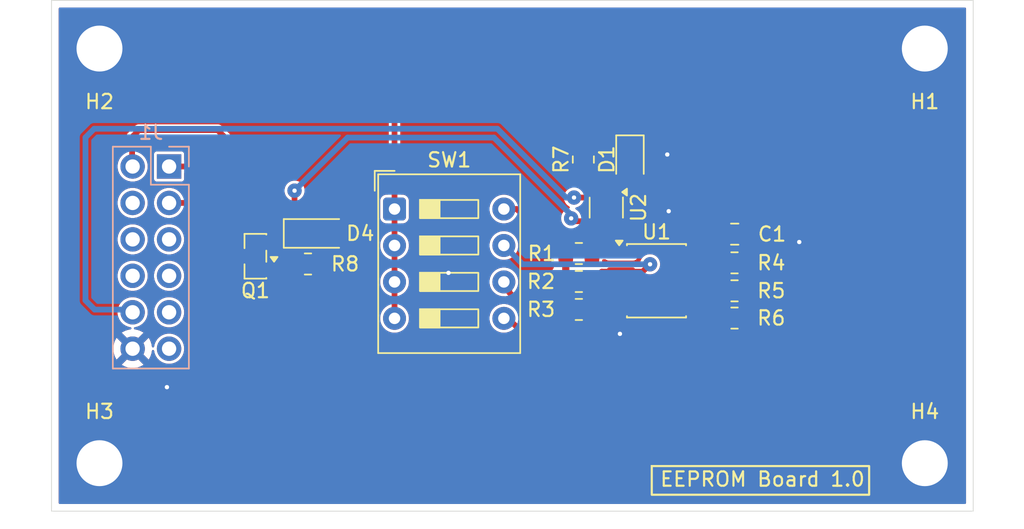
<source format=kicad_pcb>
(kicad_pcb (version 20241229) (generator "pcbnew") (generator_version "9.0")
  (title_block (title "EEPROM_Board") (date "2025-10-26") (rev "1.0") (company "PKl"))
  (layers (0 "F.Cu" signal) (2 "B.Cu" signal) (13 "F.Paste" user) (15 "B.Paste" user) (5 "F.SilkS" user "F.Silkscreen") (7 "B.SilkS" user "B.Silkscreen") (1 "F.Mask" user) (3 "B.Mask" user) (25 "Edge.Cuts" user))
  (net 0 "")
  (net 1 "GND")
  (net 2 "I2C0_SDA")
  (net 3 "I2C0_SCL")
  (net 4 "3V3_EEPROM")
  (net 5 "ON")
  (net 11 "Net-(D1-K)")
  (net 14 "Net-(U1-E0)")
  (net 15 "Net-(U1-E1)")
  (net 16 "Net-(U1-E2)")
  (net 17 "Net-(U1-~{WC})")
  (net 19 "3V3_IN")
  (net 20 "3V3_OUT")
  (net 21 "Net-(D4-A)")
  (footprint "Resistor_SMD:R_0805_2012Metric" (layer "F.Cu") (at 143.16 89.88 90)
    (property "Reference" "R7" (at 0 -1.55 90) (layer "F.SilkS"))
    (property "Value" "1K")
    (fp_line (start -0.227064 -0.735) (end 0.227064 -0.735) (stroke (width 0.12)) (layer "F.SilkS"))
    (fp_line (start -0.227064 0.735) (end 0.227064 0.735) (stroke (width 0.12)) (layer "F.SilkS"))
    (pad "1" smd roundrect (at -0.9125 0 90) (size 1.025 1.4) (layers "F.Cu" "F.Mask" "F.Paste") (roundrect_rratio 0.243902) (net 1 "GND"))
    (pad "2" smd roundrect (at 0.9125 0 90) (size 1.025 1.4) (layers "F.Cu" "F.Mask" "F.Paste") (roundrect_rratio 0.243902) (net 11 "Net-(D1-K)"))
  )
  (footprint "Diode_SMD:D_SOD-123F" (layer "F.Cu") (at 124.49 95.03)
    (property "Reference" "D4" (at 3.12 0 0) (layer "F.SilkS"))
    (property "Value" "BZT52C5V1-DIO")
    (fp_line (start -2.21 -1) (end -2.21 1) (stroke (width 0.12)) (layer "F.SilkS"))
    (fp_line (start -2.21 -1) (end 1.65 -1) (stroke (width 0.12)) (layer "F.SilkS"))
    (fp_line (start -2.21 1) (end 1.65 1) (stroke (width 0.12)) (layer "F.SilkS"))
    (pad "1" smd roundrect (at -1.4 0) (size 1.1 1.1) (layers "F.Cu" "F.Mask" "F.Paste") (roundrect_rratio 0.2272727273) (net 20 "3V3_OUT"))
    (pad "2" smd roundrect (at 1.4 0) (size 1.1 1.1) (layers "F.Cu" "F.Mask" "F.Paste") (roundrect_rratio 0.2272727273) (net 21 "Net-(D4-A)"))
  )
  (footprint "MountingHole:MountingHole_3.2mm_M3_DIN965_Pad" (layer "F.Cu") (at 109.435 111.045)
    (property "Reference" "H3" (at 0 -3.6 0) (layer "F.SilkS"))
    (property "Value" "MountingHole_Pad")
    (pad "1" thru_hole circle (at 0 0) (size 5.6 5.6) (drill 3.2) (layers "*.Cu" "*.Mask") (net 1 "GND"))
  )
  (footprint "Resistor_SMD:R_0805_2012Metric" (layer "F.Cu") (at 153.6975 100.93)
    (property "Reference" "R6" (at 2.5625 0 0) (layer "F.SilkS"))
    (property "Value" "0")
    (fp_line (start -0.227064 -0.735) (end 0.227064 -0.735) (stroke (width 0.12)) (layer "F.SilkS"))
    (fp_line (start -0.227064 0.735) (end 0.227064 0.735) (stroke (width 0.12)) (layer "F.SilkS"))
    (pad "1" smd roundrect (at -0.9125 0) (size 1.025 1.4) (layers "F.Cu" "F.Mask" "F.Paste") (roundrect_rratio 0.243902) (net 2 "I2C0_SDA"))
    (pad "2" smd roundrect (at 0.9125 0) (size 1.025 1.4) (layers "F.Cu" "F.Mask" "F.Paste") (roundrect_rratio 0.243902) (net 4 "3V3_EEPROM"))
  )
  (footprint "Resistor_SMD:R_0805_2012Metric" (layer "F.Cu") (at 153.6975 97.08 180)
    (property "Reference" "R4" (at -2.5625 0 0) (layer "F.SilkS"))
    (property "Value" "47K")
    (fp_line (start -0.227064 0.735) (end 0.227064 0.735) (stroke (width 0.12)) (layer "F.SilkS"))
    (fp_line (start -0.227064 -0.735) (end 0.227064 -0.735) (stroke (width 0.12)) (layer "F.SilkS"))
    (pad "1" smd roundrect (at -0.9125 0 180) (size 1.025 1.4) (layers "F.Cu" "F.Mask" "F.Paste") (roundrect_rratio 0.243902) (net 1 "GND"))
    (pad "2" smd roundrect (at 0.9125 0 180) (size 1.025 1.4) (layers "F.Cu" "F.Mask" "F.Paste") (roundrect_rratio 0.243902) (net 17 "Net-(U1-~{WC})"))
  )
  (footprint "LED_SMD:LED_0805_2012Metric" (layer "F.Cu") (at 146.41 89.88 -90)
    (property "Reference" "D1" (at 0 1.6125 90) (layer "F.SilkS"))
    (property "Value" "LED")
    (fp_line (start -1.685 0.96) (end 1 0.96) (stroke (width 0.12)) (layer "F.SilkS"))
    (fp_line (start -1.685 -0.96) (end -1.685 0.96) (stroke (width 0.12)) (layer "F.SilkS"))
    (fp_line (start 1 -0.96) (end -1.685 -0.96) (stroke (width 0.12)) (layer "F.SilkS"))
    (pad "1" smd roundrect (at -0.9375 0 270) (size 0.975 1.4) (layers "F.Cu" "F.Mask" "F.Paste") (net 11 "Net-(D1-K)"))
    (pad "2" smd roundrect (at 0.9375 0 270) (size 0.975 1.4) (layers "F.Cu" "F.Mask" "F.Paste") (net 4 "3V3_EEPROM"))
  )
  (footprint "Package_SO:SOIC-8_3.9x4.9mm_P1.27mm" (layer "F.Cu") (at 148.26 98.33)
    (property "Reference" "U1" (at 0 -3.4 0) (layer "F.SilkS"))
    (property "Value" "M24C32-WMN6TP")
    (fp_line (start -2.06 -2.56) (end 2.06 -2.56) (stroke (width 0.12)) (layer "F.SilkS"))
    (fp_line (start -2.06 -2.465) (end -2.06 -2.56) (stroke (width 0.12)) (layer "F.SilkS"))
    (fp_line (start -2.06 2.56) (end -2.06 2.465) (stroke (width 0.12)) (layer "F.SilkS"))
    (fp_line (start 2.06 -2.56) (end 2.06 -2.465) (stroke (width 0.12)) (layer "F.SilkS"))
    (fp_line (start 2.06 2.465) (end 2.06 2.56) (stroke (width 0.12)) (layer "F.SilkS"))
    (fp_line (start 2.06 2.56) (end -2.06 2.56) (stroke (width 0.12)) (layer "F.SilkS"))
    (fp_poly (pts (xy -2.6 -2.47) (xy -2.84 -2.8) (xy -2.36 -2.8)) (stroke (width 0.12)) (fill yes) (layer "F.SilkS"))
    (pad "1" smd roundrect (at -2.475 -1.905) (size 1.95 0.6) (layers "F.Cu" "F.Mask" "F.Paste") (net 14 "Net-(U1-E0)"))
    (pad "2" smd roundrect (at -2.475 -0.635) (size 1.95 0.6) (layers "F.Cu" "F.Mask" "F.Paste") (net 15 "Net-(U1-E1)"))
    (pad "3" smd roundrect (at -2.475 0.635) (size 1.95 0.6) (layers "F.Cu" "F.Mask" "F.Paste") (net 16 "Net-(U1-E2)"))
    (pad "4" smd roundrect (at -2.475 1.905) (size 1.95 0.6) (layers "F.Cu" "F.Mask" "F.Paste") (net 1 "GND"))
    (pad "5" smd roundrect (at 2.475 1.905) (size 1.95 0.6) (layers "F.Cu" "F.Mask" "F.Paste") (net 2 "I2C0_SDA"))
    (pad "6" smd roundrect (at 2.475 0.635) (size 1.95 0.6) (layers "F.Cu" "F.Mask" "F.Paste") (net 3 "I2C0_SCL"))
    (pad "7" smd roundrect (at 2.475 -0.635) (size 1.95 0.6) (layers "F.Cu" "F.Mask" "F.Paste") (net 17 "Net-(U1-~{WC})"))
    (pad "8" smd roundrect (at 2.475 -1.905) (size 1.95 0.6) (layers "F.Cu" "F.Mask" "F.Paste") (net 4 "3V3_EEPROM"))
  )
  (footprint "MountingHole:MountingHole_3.2mm_M3_DIN965_Pad" (layer "F.Cu") (at 166.96 111.045)
    (property "Reference" "H4" (at 0 -3.6 0) (layer "F.SilkS"))
    (property "Value" "MountingHole_Pad")
    (pad "1" thru_hole circle (at 0 0) (size 5.6 5.6) (drill 3.2) (layers "*.Cu" "*.Mask") (net 1 "GND"))
  )
  (footprint "Resistor_SMD:R_0805_2012Metric" (layer "F.Cu") (at 142.8475 100.33)
    (property "Reference" "R3" (at -2.6375 0 0) (layer "F.SilkS"))
    (property "Value" "47K")
    (fp_line (start -0.227064 -0.735) (end 0.227064 -0.735) (stroke (width 0.12)) (layer "F.SilkS"))
    (fp_line (start -0.227064 0.735) (end 0.227064 0.735) (stroke (width 0.12)) (layer "F.SilkS"))
    (pad "1" smd roundrect (at -0.9125 0) (size 1.025 1.4) (layers "F.Cu" "F.Mask" "F.Paste") (roundrect_rratio 0.243902) (net 1 "GND"))
    (pad "2" smd roundrect (at 0.9125 0) (size 1.025 1.4) (layers "F.Cu" "F.Mask" "F.Paste") (roundrect_rratio 0.243902) (net 16 "Net-(U1-E2)"))
  )
  (footprint "Resistor_SMD:R_0805_2012Metric" (layer "F.Cu") (at 123.9675 97.16)
    (property "Reference" "R8" (at 2.585 0 0) (layer "F.SilkS"))
    (property "Value" "100K")
    (fp_line (start -0.227064 -0.735) (end 0.227064 -0.735) (stroke (width 0.12)) (layer "F.SilkS"))
    (fp_line (start -0.227064 0.735) (end 0.227064 0.735) (stroke (width 0.12)) (layer "F.SilkS"))
    (pad "1" smd roundrect (at -0.9125 0) (size 1.025 1.4) (layers "F.Cu" "F.Mask" "F.Paste") (roundrect_rratio 0.243902) (net 1 "GND"))
    (pad "2" smd roundrect (at 0.9125 0) (size 1.025 1.4) (layers "F.Cu" "F.Mask" "F.Paste") (roundrect_rratio 0.243902) (net 21 "Net-(D4-A)"))
  )
  (footprint "Resistor_SMD:R_0805_2012Metric" (layer "F.Cu") (at 153.6975 99.03)
    (property "Reference" "R5" (at 2.5625 0 0) (layer "F.SilkS"))
    (property "Value" "0")
    (fp_line (start -0.227064 -0.735) (end 0.227064 -0.735) (stroke (width 0.12)) (layer "F.SilkS"))
    (fp_line (start -0.227064 0.735) (end 0.227064 0.735) (stroke (width 0.12)) (layer "F.SilkS"))
    (pad "1" smd roundrect (at -0.9125 0) (size 1.025 1.4) (layers "F.Cu" "F.Mask" "F.Paste") (roundrect_rratio 0.243902) (net 3 "I2C0_SCL"))
    (pad "2" smd roundrect (at 0.9125 0) (size 1.025 1.4) (layers "F.Cu" "F.Mask" "F.Paste") (roundrect_rratio 0.243902) (net 4 "3V3_EEPROM"))
  )
  (footprint "Button_Switch_THT:SW_DIP_SPSTx04_Slide_9.78x12.34mm_W7.62mm_P2.54mm" (layer "F.Cu") (at 130 93.33)
    (property "Reference" "SW1" (at 3.81 -3.42 0) (layer "F.SilkS"))
    (property "Value" "SW_DIP_x04")
    (fp_line (start -1.38 -2.66) (end -1.38 -1.277) (stroke (width 0.12)) (layer "F.SilkS"))
    (fp_line (start -1.38 -2.66) (end 0.003 -2.66) (stroke (width 0.12)) (layer "F.SilkS"))
    (fp_line (start -1.14 -2.42) (end -1.14 10.04) (stroke (width 0.12)) (layer "F.SilkS"))
    (fp_line (start -1.14 -2.42) (end 8.76 -2.42) (stroke (width 0.12)) (layer "F.SilkS"))
    (fp_line (start -1.14 10.04) (end 8.76 10.04) (stroke (width 0.12)) (layer "F.SilkS"))
    (fp_line (start 3.133333 -0.635) (end 3.133333 0.635) (stroke (width 0.12)) (layer "F.SilkS"))
    (fp_line (start 3.133333 1.905) (end 3.133333 3.175) (stroke (width 0.12)) (layer "F.SilkS"))
    (fp_line (start 3.133333 4.445) (end 3.133333 5.715) (stroke (width 0.12)) (layer "F.SilkS"))
    (fp_line (start 3.133333 6.985) (end 3.133333 8.255) (stroke (width 0.12)) (layer "F.SilkS"))
    (fp_line (start 8.76 -2.42) (end 8.76 10.04) (stroke (width 0.12)) (layer "F.SilkS"))
    (fp_rect (start 1.78 -0.635) (end 3.133333 0.635) (stroke (width 0.12)) (fill yes) (layer "F.SilkS"))
    (fp_rect (start 1.78 -0.635) (end 5.84 0.635) (stroke (width 0.12)) (fill no) (layer "F.SilkS"))
    (fp_rect (start 1.78 1.905) (end 3.133333 3.175) (stroke (width 0.12)) (fill yes) (layer "F.SilkS"))
    (fp_rect (start 1.78 1.905) (end 5.84 3.175) (stroke (width 0.12)) (fill no) (layer "F.SilkS"))
    (fp_rect (start 1.78 4.445) (end 3.133333 5.715) (stroke (width 0.12)) (fill yes) (layer "F.SilkS"))
    (fp_rect (start 1.78 4.445) (end 5.84 5.715) (stroke (width 0.12)) (fill no) (layer "F.SilkS"))
    (fp_rect (start 1.78 6.985) (end 3.133333 8.255) (stroke (width 0.12)) (fill yes) (layer "F.SilkS"))
    (fp_rect (start 1.78 6.985) (end 5.84 8.255) (stroke (width 0.12)) (fill no) (layer "F.SilkS"))
    (pad "1" thru_hole roundrect (at 0 0) (size 1.6 1.6) (drill 0.8) (layers "*.Cu" "*.Mask") (roundrect_rratio 0.15625) (net 4 "3V3_EEPROM"))
    (pad "2" thru_hole circle (at 0 2.54) (size 1.6 1.6) (drill 0.8) (layers "*.Cu" "*.Mask") (net 4 "3V3_EEPROM"))
    (pad "3" thru_hole circle (at 0 5.08) (size 1.6 1.6) (drill 0.8) (layers "*.Cu" "*.Mask") (net 4 "3V3_EEPROM"))
    (pad "4" thru_hole circle (at 0 7.62) (size 1.6 1.6) (drill 0.8) (layers "*.Cu" "*.Mask") (net 4 "3V3_EEPROM"))
    (pad "5" thru_hole circle (at 7.62 7.62) (size 1.6 1.6) (drill 0.8) (layers "*.Cu" "*.Mask") (net 17 "Net-(U1-~{WC})"))
    (pad "6" thru_hole circle (at 7.62 5.08) (size 1.6 1.6) (drill 0.8) (layers "*.Cu" "*.Mask") (net 16 "Net-(U1-E2)"))
    (pad "7" thru_hole circle (at 7.62 2.54) (size 1.6 1.6) (drill 0.8) (layers "*.Cu" "*.Mask") (net 15 "Net-(U1-E1)"))
    (pad "8" thru_hole circle (at 7.62 0) (size 1.6 1.6) (drill 0.8) (layers "*.Cu" "*.Mask") (net 14 "Net-(U1-E0)"))
  )
  (footprint "Capacitor_SMD:C_0805_2012Metric" (layer "F.Cu") (at 153.71 95.08)
    (property "Reference" "C1" (at 2.6 0 0) (layer "F.SilkS"))
    (property "Value" "100nF")
    (fp_line (start -0.261252 -0.735) (end 0.261252 -0.735) (stroke (width 0.12)) (layer "F.SilkS"))
    (fp_line (start -0.261252 0.735) (end 0.261252 0.735) (stroke (width 0.12)) (layer "F.SilkS"))
    (pad "1" smd roundrect (at -0.95 0) (size 1 1.45) (layers "F.Cu" "F.Mask" "F.Paste") (net 4 "3V3_EEPROM"))
    (pad "2" smd roundrect (at 0.95 0) (size 1 1.45) (layers "F.Cu" "F.Mask" "F.Paste") (net 1 "GND"))
  )
  (footprint "Package_TO_SOT_SMD:SOT-363_SC-70-6" (layer "F.Cu") (at 144.76 93.23 -90)
    (property "Reference" "U2" (at 0 -2.25 90) (layer "F.SilkS"))
    (property "Value" "SIP32431DR3-T1GE3")
    (fp_line (start -0.7 1.16) (end 0.7 1.16) (stroke (width 0.12)) (layer "F.SilkS"))
    (fp_line (start -0.71 -1.16) (end 0.7 -1.16) (stroke (width 0.12)) (layer "F.SilkS"))
    (fp_poly (pts (xy -1.08 -1.11) (xy -1.32 -1.44) (xy -0.84 -1.44) (xy -1.08 -1.11)) (stroke (width 0.12)) (fill yes) (layer "F.SilkS"))
    (pad "1" smd roundrect (at -0.95 -0.65 270) (size 0.65 0.4) (layers "F.Cu" "F.Mask" "F.Paste") (net 4 "3V3_EEPROM"))
    (pad "2" smd roundrect (at -0.95 0 270) (size 0.65 0.4) (layers "F.Cu" "F.Mask" "F.Paste") (net 1 "GND"))
    (pad "3" smd roundrect (at -0.95 0.65 270) (size 0.65 0.4) (layers "F.Cu" "F.Mask" "F.Paste") (net 5 "ON"))
    (pad "4" smd roundrect (at 0.95 0.65 270) (size 0.65 0.4) (layers "F.Cu" "F.Mask" "F.Paste") (net 20 "3V3_OUT"))
    (pad "5" smd roundrect (at 0.95 0 270) (size 0.65 0.4) (layers "F.Cu" "F.Mask" "F.Paste") (net 1 "GND"))
    (pad "6" smd roundrect (at 0.95 -0.65 270) (size 0.65 0.4) (layers "F.Cu" "F.Mask" "F.Paste"))
  )
  (footprint "Package_TO_SOT_SMD:SOT-23" (layer "F.Cu") (at 120.3025 96.62 180)
    (property "Reference" "Q1" (at 0 -2.4 0) (layer "F.SilkS"))
    (property "Value" "AO3407A")
    (fp_line (start 0.76 1.56) (end -0.76 1.56) (stroke (width 0.12)) (layer "F.SilkS"))
    (fp_line (start 0.76 0.56) (end 0.76 1.56) (stroke (width 0.12)) (layer "F.SilkS"))
    (fp_line (start 0.76 -1.56) (end 0.76 -0.56) (stroke (width 0.12)) (layer "F.SilkS"))
    (fp_line (start -0.76 1.56) (end -0.76 1.51) (stroke (width 0.12)) (layer "F.SilkS"))
    (fp_line (start -0.76 0.39) (end -0.76 -0.39) (stroke (width 0.12)) (layer "F.SilkS"))
    (fp_line (start -0.76 -1.51) (end -0.76 -1.56) (stroke (width 0.12)) (layer "F.SilkS"))
    (fp_line (start -0.76 -1.56) (end 0.76 -1.56) (stroke (width 0.12)) (layer "F.SilkS"))
    (fp_poly (pts (xy -1.3 -0.38) (xy -1.06 -0.05) (xy -1.54 -0.05)) (stroke (width 0.12)) (fill yes) (layer "F.SilkS"))
    (pad "1" smd roundrect (at -0.9375 -0.95 180) (size 1.475 0.6) (layers "F.Cu" "F.Mask" "F.Paste") (net 21 "Net-(D4-A)"))
    (pad "2" smd roundrect (at -0.9375 0.95 180) (size 1.475 0.6) (layers "F.Cu" "F.Mask" "F.Paste") (net 20 "3V3_OUT"))
    (pad "3" smd roundrect (at 0.9375 0 180) (size 1.475 0.6) (layers "F.Cu" "F.Mask" "F.Paste") (net 19 "3V3_IN"))
  )
  (footprint "MountingHole:MountingHole_3.2mm_M3_DIN965_Pad" (layer "F.Cu") (at 166.96 82.145)
    (property "Reference" "H1" (at 0 3.7 0) (layer "F.SilkS"))
    (property "Value" "MountingHole_Pad" (hide yes))
    (pad "1" thru_hole circle (at 0 0) (size 5.6 5.6) (drill 3.2) (layers "*.Cu" "*.Mask") (net 1 "GND"))
  )
  (footprint "Resistor_SMD:R_0805_2012Metric" (layer "F.Cu") (at 142.8475 96.43)
    (property "Reference" "R1" (at -2.5875 0 0) (layer "F.SilkS"))
    (property "Value" "47K")
    (fp_line (start -0.227064 -0.735) (end 0.227064 -0.735) (stroke (width 0.12)) (layer "F.SilkS"))
    (fp_line (start -0.227064 0.735) (end 0.227064 0.735) (stroke (width 0.12)) (layer "F.SilkS"))
    (pad "1" smd roundrect (at -0.9125 0) (size 1.025 1.4) (layers "F.Cu" "F.Mask" "F.Paste") (roundrect_rratio 0.243902) (net 1 "GND"))
    (pad "2" smd roundrect (at 0.9125 0) (size 1.025 1.4) (layers "F.Cu" "F.Mask" "F.Paste") (roundrect_rratio 0.243902) (net 14 "Net-(U1-E0)"))
  )
  (footprint "MountingHole:MountingHole_3.2mm_M3_DIN965_Pad" (layer "F.Cu") (at 109.435 82.145)
    (property "Reference" "H2" (at 0 3.7 0) (layer "F.SilkS"))
    (property "Value" "MountingHole_Pad" (hide yes))
    (pad "1" thru_hole circle (at 0 0) (size 5.6 5.6) (drill 3.2) (layers "*.Cu" "*.Mask") (net 1 "GND"))
  )
  (footprint "Resistor_SMD:R_0805_2012Metric" (layer "F.Cu") (at 142.8475 98.38)
    (property "Reference" "R2" (at -2.6375 0 0) (layer "F.SilkS"))
    (property "Value" "47K")
    (fp_line (start -0.227064 -0.735) (end 0.227064 -0.735) (stroke (width 0.12)) (layer "F.SilkS"))
    (fp_line (start -0.227064 0.735) (end 0.227064 0.735) (stroke (width 0.12)) (layer "F.SilkS"))
    (pad "1" smd roundrect (at -0.9125 0) (size 1.025 1.4) (layers "F.Cu" "F.Mask" "F.Paste") (roundrect_rratio 0.243902) (net 1 "GND"))
    (pad "2" smd roundrect (at 0.9125 0) (size 1.025 1.4) (layers "F.Cu" "F.Mask" "F.Paste") (roundrect_rratio 0.243902) (net 15 "Net-(U1-E1)"))
  )
  (footprint "Connector_PinHeader_2.54mm:PinHeader_2x06_P2.54mm_Vertical" (layer "B.Cu") (at 114.285 90.365 180)
    (property "Reference" "J1" (at 1.27 2.38 0) (layer "B.SilkS") (effects (justify mirror)))
    (property "Value" "COM")
    (fp_line (start 3.92 1.38) (end 3.92 -14.08) (stroke (width 0.12)) (layer "B.SilkS"))
    (fp_line (start 1.27 1.38) (end 3.92 1.38) (stroke (width 0.12)) (layer "B.SilkS"))
    (fp_line (start 1.27 -1.27) (end 1.27 1.38) (stroke (width 0.12)) (layer "B.SilkS"))
    (fp_line (start -1.38 1.38) (end 0 1.38) (stroke (width 0.12)) (layer "B.SilkS"))
    (fp_line (start -1.38 0) (end -1.38 1.38) (stroke (width 0.12)) (layer "B.SilkS"))
    (fp_line (start -1.38 -1.27) (end 1.27 -1.27) (stroke (width 0.12)) (layer "B.SilkS"))
    (fp_line (start -1.38 -1.27) (end -1.38 -14.08) (stroke (width 0.12)) (layer "B.SilkS"))
    (fp_line (start -1.38 -14.08) (end 3.92 -14.08) (stroke (width 0.12)) (layer "B.SilkS"))
    (pad "1" thru_hole rect (at 0 0 180) (size 1.7 1.7) (drill 1) (layers "*.Cu" "*.Mask") (net 3 "I2C0_SCL"))
    (pad "2" thru_hole circle (at 2.54 0 180) (size 1.7 1.7) (drill 1) (layers "*.Cu" "*.Mask") (net 19 "3V3_IN"))
    (pad "3" thru_hole circle (at 0 -2.54 180) (size 1.7 1.7) (drill 1) (layers "*.Cu" "*.Mask") (net 2 "I2C0_SDA"))
    (pad "4" thru_hole circle (at 2.54 -2.54 180) (size 1.7 1.7) (drill 1) (layers "*.Cu" "*.Mask"))
    (pad "5" thru_hole circle (at 0 -5.08 180) (size 1.7 1.7) (drill 1) (layers "*.Cu" "*.Mask"))
    (pad "6" thru_hole circle (at 2.54 -5.08 180) (size 1.7 1.7) (drill 1) (layers "*.Cu" "*.Mask"))
    (pad "7" thru_hole circle (at 0 -7.62 180) (size 1.7 1.7) (drill 1) (layers "*.Cu" "*.Mask"))
    (pad "8" thru_hole circle (at 2.54 -7.62 180) (size 1.7 1.7) (drill 1) (layers "*.Cu" "*.Mask"))
    (pad "9" thru_hole circle (at 0 -10.16 180) (size 1.7 1.7) (drill 1) (layers "*.Cu" "*.Mask"))
    (pad "10" thru_hole circle (at 2.54 -10.16 180) (size 1.7 1.7) (drill 1) (layers "*.Cu" "*.Mask") (net 5 "ON"))
    (pad "11" thru_hole circle (at 0 -12.7 180) (size 1.7 1.7) (drill 1) (layers "*.Cu" "*.Mask"))
    (pad "12" thru_hole circle (at 2.54 -12.7 180) (size 1.7 1.7) (drill 1) (layers "*.Cu" "*.Mask") (net 1 "GND"))
  )
  (gr_rect (start 147.93 111.245) (end 163.08 113.245) (stroke (width 0.15)) (fill no) (layer "F.SilkS"))
  (gr_rect (start 106.092152 78.785) (end 170.335 114.39) (stroke (width 0.05)) (fill no) (layer "Edge.Cuts"))
  (gr_text "EEPROM Board 1.0" (at 148.43 112.745 0) (layer "F.SilkS") (effects (font (size 1 1)) (justify left bottom)))
  (via (at 149.11 93.48) (size 1) (drill 0.3) (layers "F.Cu" "B.Cu") (net 1))
  (via (at 158.21 95.63) (size 1) (drill 0.3) (layers "F.Cu" "B.Cu") (net 1))
  (via (at 145.71 102.03) (size 1) (drill 0.3) (layers "F.Cu" "B.Cu") (net 1))
  (via (at 133.76 97.78) (size 1) (drill 0.3) (layers "F.Cu" "B.Cu") (net 1))
  (via (at 114.135 105.745) (size 1) (drill 0.3) (layers "F.Cu" "B.Cu") (net 1))
  (via (at 149.01 89.53) (size 1) (drill 0.3) (layers "F.Cu" "B.Cu") (net 1))
  (segment (start 149.91 103.23) (end 149.91 101.06) (width 0.4) (layer "F.Cu") (net 2))
  (segment (start 150.735 100.235) (end 152.09 100.235) (width 0.4) (layer "F.Cu") (net 2))
  (segment (start 115.595 92.905) (end 116.74 94.05) (width 0.4) (layer "F.Cu") (net 2))
  (segment (start 117.74 104.5) (end 148.64 104.5) (width 0.4) (layer "F.Cu") (net 2))
  (segment (start 114.285 92.905) (end 115.595 92.905) (width 0.4) (layer "F.Cu") (net 2))
  (segment (start 148.64 104.5) (end 149.91 103.23) (width 0.4) (layer "F.Cu") (net 2))
  (segment (start 149.91 101.06) (end 150.735 100.235) (width 0.4) (layer "F.Cu") (net 2))
  (segment (start 152.09 100.235) (end 152.785 100.93) (width 0.4) (layer "F.Cu") (net 2))
  (segment (start 116.74 94.05) (end 116.74 103.5) (width 0.4) (layer "F.Cu") (net 2))
  (segment (start 116.74 103.5) (end 117.74 104.5) (width 0.4) (layer "F.Cu") (net 2))
  (segment (start 117.9975 103.9) (end 148.39 103.9) (width 0.4) (layer "F.Cu") (net 3))
  (segment (start 149.31 99.48) (end 149.825 98.965) (width 0.4) (layer "F.Cu") (net 3))
  (segment (start 149.31 102.98) (end 149.31 99.48) (width 0.4) (layer "F.Cu") (net 3))
  (segment (start 152.785 99.03) (end 150.8 99.03) (width 0.4) (layer "F.Cu") (net 3))
  (segment (start 148.39 103.9) (end 149.31 102.98) (width 0.4) (layer "F.Cu") (net 3))
  (segment (start 117.34 103.2425) (end 117.9975 103.9) (width 0.4) (layer "F.Cu") (net 3))
  (segment (start 114.285 90.365) (end 116.765 90.365) (width 0.4) (layer "F.Cu") (net 3))
  (segment (start 116.765 90.365) (end 117.34 90.94) (width 0.4) (layer "F.Cu") (net 3))
  (segment (start 149.825 98.965) (end 150.735 98.965) (width 0.4) (layer "F.Cu") (net 3))
  (segment (start 117.34 90.94) (end 117.34 103.2425) (width 0.4) (layer "F.Cu") (net 3))
  (segment (start 150.8 99.03) (end 150.735 98.965) (width 0.4) (layer "F.Cu") (net 3))
  (segment (start 145.41 92.28) (end 146.61 92.28) (width 0.4) (layer "F.Cu") (net 4))
  (segment (start 150.86 96.3) (end 150.735 96.425) (width 0.4) (layer "F.Cu") (net 4))
  (segment (start 148.01 86.33) (end 148.01 90.43) (width 0.4) (layer "F.Cu") (net 4))
  (segment (start 150.735 92.855) (end 150.735 96.425) (width 0.4) (layer "F.Cu") (net 4))
  (segment (start 152.76 95.08) (end 152.08 95.08) (width 0.4) (layer "F.Cu") (net 4))
  (segment (start 146.91 85.23) (end 148.01 86.33) (width 0.4) (layer "F.Cu") (net 4))
  (segment (start 131.11 85.23) (end 146.91 85.23) (width 0.4) (layer "F.Cu") (net 4))
  (segment (start 154.61 99.03) (end 158.86 99.03) (width 0.4) (layer "F.Cu") (net 4))
  (segment (start 146.66 92.23) (end 150.11 92.23) (width 0.4) (layer "F.Cu") (net 4))
  (segment (start 130 86.34) (end 131.11 85.23) (width 0.4) (layer "F.Cu") (net 4))
  (segment (start 150.11 92.23) (end 150.735 92.855) (width 0.4) (layer "F.Cu") (net 4))
  (segment (start 146.41 90.8175) (end 146.41 91.28) (width 0.4) (layer "F.Cu") (net 4))
  (segment (start 148.01 90.43) (end 147.6225 90.8175) (width 0.4) (layer "F.Cu") (net 4))
  (segment (start 146.61 92.28) (end 146.66 92.23) (width 0.4) (layer "F.Cu") (net 4))
  (segment (start 159.66 93.48) (end 158.91 92.73) (width 0.4) (layer "F.Cu") (net 4))
  (segment (start 146.41 91.28) (end 145.41 92.28) (width 0.4) (layer "F.Cu") (net 4))
  (segment (start 152.08 95.08) (end 150.735 96.425) (width 0.4) (layer "F.Cu") (net 4))
  (segment (start 158.86 99.03) (end 159.66 98.23) (width 0.4) (layer "F.Cu") (net 4))
  (segment (start 154.61 100.93) (end 154.61 99.03) (width 0.4) (layer "F.Cu") (net 4))
  (segment (start 152.76 93.08) (end 152.76 95.08) (width 0.4) (layer "F.Cu") (net 4))
  (segment (start 153.11 92.73) (end 152.76 93.08) (width 0.4) (layer "F.Cu") (net 4))
  (segment (start 147.6225 90.8175) (end 146.41 90.8175) (width 0.4) (layer "F.Cu") (net 4))
  (segment (start 159.66 98.23) (end 159.66 93.48) (width 0.4) (layer "F.Cu") (net 4))
  (segment (start 130 100.95) (end 130 86.34) (width 0.4) (layer "F.Cu") (net 4))
  (segment (start 158.91 92.73) (end 153.11 92.73) (width 0.4) (layer "F.Cu") (net 4))
  (segment (start 143.86 92.53) (end 144.11 92.28) (width 0.4) (layer "F.Cu") (net 5))
  (segment (start 142.51 92.53) (end 143.86 92.53) (width 0.4) (layer "F.Cu") (net 5))
  (via (at 142.51 92.53) (size 1) (drill 0.3) (layers "F.Cu" "B.Cu") (net 5))
  (segment (start 142.51 92.53) (end 141.96 92.53) (width 0.4) (layer "B.Cu") (net 5))
  (segment (start 108.46 88.34) (end 108.46 99.7) (width 0.4) (layer "B.Cu") (net 5))
  (segment (start 142.51 92.53) (end 142.26 92.53) (width 0.4) (layer "B.Cu") (net 5))
  (segment (start 111.56 100.34) (end 111.745 100.525) (width 0.4) (layer "B.Cu") (net 5))
  (segment (start 141.96 92.53) (end 137.165 87.735) (width 0.4) (layer "B.Cu") (net 5))
  (segment (start 108.46 99.7) (end 109.1 100.34) (width 0.4) (layer "B.Cu") (net 5))
  (segment (start 137.165 87.735) (end 109.065 87.735) (width 0.4) (layer "B.Cu") (net 5))
  (segment (start 109.065 87.735) (end 108.46 88.34) (width 0.4) (layer "B.Cu") (net 5))
  (segment (start 109.1 100.34) (end 111.56 100.34) (width 0.4) (layer "B.Cu") (net 5))
  (segment (start 146.385 88.9675) (end 146.41 88.9425) (width 0.4) (layer "F.Cu") (net 11))
  (segment (start 143.16 88.9675) (end 146.385 88.9675) (width 0.4) (layer "F.Cu") (net 11))
  (segment (start 140.37 95.18) (end 138.52 93.33) (width 0.4) (layer "F.Cu") (net 14))
  (segment (start 143.76 95.58) (end 143.36 95.18) (width 0.4) (layer "F.Cu") (net 14))
  (segment (start 138.52 93.33) (end 137.62 93.33) (width 0.4) (layer "F.Cu") (net 14))
  (segment (start 143.765 96.425) (end 143.76 96.43) (width 0.4) (layer "F.Cu") (net 14))
  (segment (start 145.785 96.425) (end 143.765 96.425) (width 0.4) (layer "F.Cu") (net 14))
  (segment (start 143.36 95.18) (end 140.37 95.18) (width 0.4) (layer "F.Cu") (net 14))
  (segment (start 143.76 96.43) (end 143.76 95.58) (width 0.4) (layer "F.Cu") (net 14))
  (segment (start 144.445 97.695) (end 143.76 98.38) (width 0.4) (layer "F.Cu") (net 15))
  (segment (start 145.785 97.695) (end 144.445 97.695) (width 0.4) (layer "F.Cu") (net 15))
  (segment (start 147.295 97.695) (end 147.81 97.18) (width 0.4) (layer "F.Cu") (net 15))
  (segment (start 145.785 97.695) (end 147.295 97.695) (width 0.4) (layer "F.Cu") (net 15))
  (via (at 147.81 97.18) (size 1) (drill 0.3) (layers "F.Cu" "B.Cu") (net 15))
  (segment (start 138.93 97.18) (end 147.81 97.18) (width 0.4) (layer "B.Cu") (net 15))
  (segment (start 137.62 95.87) (end 138.93 97.18) (width 0.4) (layer "B.Cu") (net 15))
  (segment (start 145.125 98.965) (end 143.76 100.33) (width 0.4) (layer "F.Cu") (net 16))
  (segment (start 143.76 101.53) (end 142.61 102.68) (width 0.4) (layer "F.Cu") (net 16))
  (segment (start 138 99.15) (end 138 98.79) (width 0.4) (layer "F.Cu") (net 16))
  (segment (start 138 98.79) (end 137.62 98.41) (width 0.4) (layer "F.Cu") (net 16))
  (segment (start 145.785 98.965) (end 145.125 98.965) (width 0.4) (layer "F.Cu") (net 16))
  (segment (start 139 101.15) (end 139 100.15) (width 0.4) (layer "F.Cu") (net 16))
  (segment (start 140.53 102.68) (end 139 101.15) (width 0.4) (layer "F.Cu") (net 16))
  (segment (start 143.76 100.33) (end 143.76 101.53) (width 0.4) (layer "F.Cu") (net 16))
  (segment (start 139 100.15) (end 138 99.15) (width 0.4) (layer "F.Cu") (net 16))
  (segment (start 142.61 102.68) (end 140.53 102.68) (width 0.4) (layer "F.Cu") (net 16))
  (segment (start 150.735 97.695) (end 149.445 97.695) (width 0.4) (layer "F.Cu") (net 17))
  (segment (start 152.76 97.08) (end 152.145 97.695) (width 0.4) (layer "F.Cu") (net 17))
  (segment (start 152.785 97.08) (end 152.76 97.08) (width 0.4) (layer "F.Cu") (net 17))
  (segment (start 140.25 103.28) (end 138.31 101.34) (width 0.4) (layer "F.Cu") (net 17))
  (segment (start 148.71 98.43) (end 148.71 102.68) (width 0.4) (layer "F.Cu") (net 17))
  (segment (start 149.445 97.695) (end 148.71 98.43) (width 0.4) (layer "F.Cu") (net 17))
  (segment (start 148.11 103.28) (end 140.25 103.28) (width 0.4) (layer "F.Cu") (net 17))
  (segment (start 152.145 97.695) (end 150.735 97.695) (width 0.4) (layer "F.Cu") (net 17))
  (segment (start 148.71 102.68) (end 148.11 103.28) (width 0.4) (layer "F.Cu") (net 17))
  (segment (start 119.365 89.525) (end 117.67 87.83) (width 0.4) (layer "F.Cu") (net 19))
  (segment (start 111.71 88.31) (end 111.71 90.33) (width 0.4) (layer "F.Cu") (net 19))
  (segment (start 112.19 87.83) (end 111.71 88.31) (width 0.4) (layer "F.Cu") (net 19))
  (segment (start 111.71 90.33) (end 111.745 90.365) (width 0.4) (layer "F.Cu") (net 19))
  (segment (start 117.67 87.83) (end 112.19 87.83) (width 0.4) (layer "F.Cu") (net 19))
  (segment (start 119.365 96.62) (end 119.365 89.525) (width 0.4) (layer "F.Cu") (net 19))
  (segment (start 123.03 92.05) (end 123.03 94.97) (width 0.4) (layer "F.Cu") (net 20))
  (segment (start 142.51 94.18) (end 142.31 93.98) (width 0.4) (layer "F.Cu") (net 20))
  (segment (start 122.45 95.67) (end 123.09 95.03) (width 0.4) (layer "F.Cu") (net 20))
  (segment (start 144.11 94.18) (end 142.51 94.18) (width 0.4) (layer "F.Cu") (net 20))
  (segment (start 121.24 95.67) (end 122.45 95.67) (width 0.4) (layer "F.Cu") (net 20))
  (segment (start 123.03 94.97) (end 123.09 95.03) (width 0.4) (layer "F.Cu") (net 20))
  (via (at 123.03 92.05) (size 1) (drill 0.3) (layers "F.Cu" "B.Cu") (net 20))
  (via (at 142.31 93.98) (size 1) (drill 0.3) (layers "F.Cu" "B.Cu") (net 20))
  (segment (start 142.31 93.98) (end 142.31 93.73) (width 0.4) (layer "B.Cu") (net 20))
  (segment (start 126.73 88.35) (end 123.03 92.05) (width 0.4) (layer "B.Cu") (net 20))
  (segment (start 142.31 93.98) (end 142.31 93.735) (width 0.4) (layer "B.Cu") (net 20))
  (segment (start 142.31 93.735) (end 136.925 88.35) (width 0.4) (layer "B.Cu") (net 20))
  (segment (start 136.925 88.35) (end 126.73 88.35) (width 0.4) (layer "B.Cu") (net 20))
  (segment (start 124.43 99.37) (end 125.06 98.74) (width 0.4) (layer "F.Cu") (net 21))
  (segment (start 125.06 97.34) (end 124.88 97.16) (width 0.4) (layer "F.Cu") (net 21))
  (segment (start 125.06 98.74) (end 125.06 97.34) (width 0.4) (layer "F.Cu") (net 21))
  (segment (start 122.16 99.37) (end 124.43 99.37) (width 0.4) (layer "F.Cu") (net 21))
  (segment (start 125.89 96.15) (end 124.88 97.16) (width 0.4) (layer "F.Cu") (net 21))
  (segment (start 121.24 97.57) (end 121.24 98.45) (width 0.4) (layer "F.Cu") (net 21))
  (segment (start 121.24 98.45) (end 122.16 99.37) (width 0.4) (layer "F.Cu") (net 21))
  (segment (start 125.89 95.03) (end 125.89 96.15) (width 0.4) (layer "F.Cu") (net 21))
  (zone (net 1) (net_name "GND") (layers "F.Cu" "B.Cu") (connect_pads (clearance 0.2)) (min_thickness 0.16) (fill yes (thermal_gap 0.5) (thermal_bridge_width 0.5))
    (polygon (pts (xy 170.335 78.795) (xy 170.335 114.395) (xy 106.085 114.395) (xy 106.085 78.795)))
  )
)
</source>
